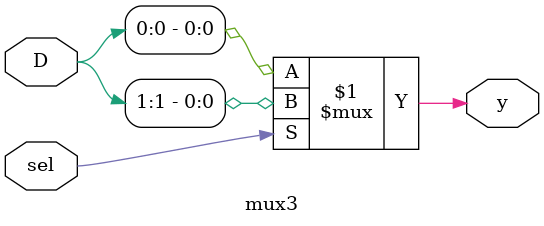
<source format=v>
/*
Program: CI Digital T2/2025
Class: Introdução à Verilog  
Class-ID: D122
Advisor: Felipe Rocha 
Advisor-Contact: felipef.rocha@inatel.br
Institute: INATEL - Santa Rita do Sapucaí / MG  
Development: André Bezerra 
Student-Contact: andrefrbezerra@gmail.com
Task-ID: A-101
Type: Laboratory
Data: octuber, 29 2025
*/

`timescale 1 ns / 1 ps;

// [ ] Realizar análise de testes integrados;

/* 
1 - RTL          	-> portas lógicas
2 - Estrutural   	-> instancias 
3 - Comportamental	-> always or initial
*/

//1 Exercício 2-2
module mux3 (
   input [1:0] D, 
   input sel,
   output y
);

	assign y = sel ? D[1] : D[0]; 

endmodule

</source>
